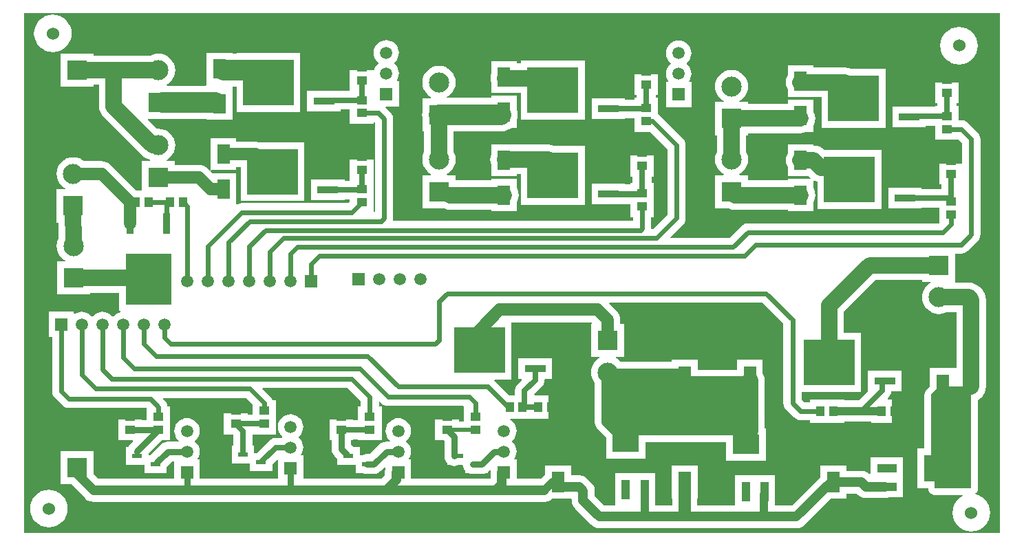
<source format=gtl>
G04*
G04 #@! TF.GenerationSoftware,Altium Limited,Altium Designer,18.0.9 (584)*
G04*
G04 Layer_Physical_Order=1*
G04 Layer_Color=255*
%FSLAX25Y25*%
%MOIN*%
G70*
G01*
G75*
%ADD10R,0.06142X0.09173*%
%ADD11R,0.04528X0.02362*%
%ADD12R,0.12992X0.09449*%
%ADD13R,0.03937X0.09449*%
%ADD14R,0.05118X0.03937*%
%ADD15R,0.06299X0.13780*%
%ADD16R,0.06299X0.09843*%
%ADD17R,0.09921X0.03701*%
%ADD18R,0.24528X0.22323*%
%ADD19R,0.03937X0.05118*%
%ADD20R,0.03701X0.09921*%
%ADD21R,0.22323X0.24528*%
%ADD22R,0.09449X0.03937*%
%ADD23R,0.09449X0.12992*%
%ADD24C,0.02362*%
%ADD25C,0.04724*%
%ADD26C,0.03937*%
%ADD27C,0.07874*%
%ADD28C,0.09843*%
%ADD29C,0.05906*%
%ADD30C,0.03150*%
%ADD31C,0.02756*%
%ADD32C,0.01968*%
%ADD33R,0.05906X0.05906*%
%ADD34C,0.05906*%
%ADD35R,0.05906X0.05906*%
%ADD36C,0.06000*%
%ADD37R,0.09744X0.09744*%
%ADD38C,0.09744*%
G36*
X472441Y0D02*
X0D01*
Y251969D01*
X472441D01*
Y0D01*
D02*
G37*
%LPC*%
G36*
X13780Y251225D02*
X12004Y251050D01*
X10298Y250532D01*
X8724Y249692D01*
X7346Y248560D01*
X6214Y247181D01*
X5373Y245608D01*
X4855Y243901D01*
X4681Y242126D01*
X4855Y240351D01*
X5373Y238644D01*
X6214Y237071D01*
X7346Y235692D01*
X8724Y234560D01*
X10298Y233720D01*
X12004Y233202D01*
X13780Y233027D01*
X15555Y233202D01*
X17262Y233720D01*
X18835Y234560D01*
X20213Y235692D01*
X21345Y237071D01*
X22186Y238644D01*
X22704Y240351D01*
X22878Y242126D01*
X22704Y243901D01*
X22186Y245608D01*
X21345Y247181D01*
X20213Y248560D01*
X18835Y249692D01*
X17262Y250532D01*
X15555Y251050D01*
X13780Y251225D01*
D02*
G37*
G36*
X271398Y228878D02*
X240571D01*
Y227593D01*
X238504D01*
Y228760D01*
X226063D01*
Y222562D01*
X225851Y221862D01*
X225714Y220472D01*
X225851Y219083D01*
X226063Y218383D01*
Y213287D01*
X238504D01*
Y213351D01*
X240571D01*
Y200256D01*
X271398D01*
Y228878D01*
D02*
G37*
G36*
X452756Y245319D02*
X450981Y245145D01*
X449274Y244627D01*
X447701Y243786D01*
X446322Y242654D01*
X445190Y241276D01*
X444350Y239703D01*
X443832Y237996D01*
X443657Y236221D01*
X443832Y234445D01*
X444350Y232738D01*
X445190Y231165D01*
X446322Y229786D01*
X447701Y228655D01*
X449274Y227814D01*
X450981Y227296D01*
X452756Y227121D01*
X454531Y227296D01*
X456238Y227814D01*
X457811Y228655D01*
X459190Y229786D01*
X460321Y231165D01*
X461162Y232738D01*
X461680Y234445D01*
X461855Y236221D01*
X461680Y237996D01*
X461162Y239703D01*
X460321Y241276D01*
X459190Y242654D01*
X457811Y243786D01*
X456238Y244627D01*
X454531Y245145D01*
X452756Y245319D01*
D02*
G37*
G36*
X316929Y238730D02*
X315733Y238613D01*
X314583Y238264D01*
X313522Y237697D01*
X312593Y236934D01*
X311831Y236005D01*
X311264Y234945D01*
X310915Y233795D01*
X310797Y232598D01*
X310915Y231402D01*
X311264Y230252D01*
X311831Y229192D01*
X312593Y228262D01*
X313098Y227848D01*
Y227348D01*
X312593Y226934D01*
X311831Y226005D01*
X311264Y224945D01*
X310915Y223795D01*
X310797Y222598D01*
X310915Y221402D01*
X311264Y220252D01*
X311831Y219192D01*
X311863Y219153D01*
X311649Y218701D01*
X310827D01*
Y206496D01*
X323031D01*
Y218701D01*
X322209D01*
X321996Y219153D01*
X322028Y219192D01*
X322594Y220252D01*
X322943Y221402D01*
X323061Y222598D01*
X322943Y223795D01*
X322594Y224945D01*
X322028Y226005D01*
X321265Y226934D01*
X320760Y227348D01*
Y227848D01*
X321265Y228262D01*
X322028Y229192D01*
X322594Y230252D01*
X322943Y231402D01*
X323061Y232598D01*
X322943Y233795D01*
X322594Y234945D01*
X322028Y236005D01*
X321265Y236934D01*
X320336Y237697D01*
X319276Y238264D01*
X318125Y238613D01*
X316929Y238730D01*
D02*
G37*
G36*
X175295Y238927D02*
X174099Y238809D01*
X172949Y238460D01*
X171889Y237894D01*
X170959Y237131D01*
X170197Y236202D01*
X169630Y235142D01*
X169281Y233992D01*
X169163Y232795D01*
X169281Y231599D01*
X169630Y230449D01*
X170197Y229389D01*
X170959Y228459D01*
X171464Y228045D01*
Y227545D01*
X170959Y227131D01*
X170197Y226202D01*
X169630Y225142D01*
X169487Y224669D01*
X169095Y224410D01*
X157677D01*
Y214409D01*
X153150D01*
Y214528D01*
X136929D01*
Y204528D01*
X153150D01*
Y205276D01*
X157677D01*
Y198425D01*
X169095D01*
Y199175D01*
X169647D01*
X169844Y198978D01*
Y155549D01*
X169095D01*
Y161417D01*
Y170866D01*
Y181102D01*
X157677D01*
Y170787D01*
X155118D01*
Y171221D01*
X138898D01*
Y161221D01*
X155118D01*
Y161654D01*
X157677D01*
Y160705D01*
X156852Y159880D01*
X105315D01*
X104184Y159731D01*
X103177Y159314D01*
X102994Y159380D01*
X102677Y159577D01*
Y174508D01*
X91054D01*
X90133Y175429D01*
X90383Y175886D01*
X90675Y175886D01*
X102677D01*
Y177490D01*
X104744D01*
Y160886D01*
X114105D01*
X114252Y160866D01*
X114399Y160886D01*
X135571D01*
Y189508D01*
X113351D01*
X112928Y189636D01*
X111732Y189754D01*
X102677D01*
Y191358D01*
X90236D01*
Y176361D01*
X90236Y176032D01*
X89779Y175783D01*
X88903Y176659D01*
X87974Y177421D01*
X86914Y177988D01*
X85763Y178337D01*
X84567Y178455D01*
X72982D01*
Y180344D01*
X68878D01*
X68752Y180844D01*
X69439Y181211D01*
X70660Y182214D01*
X71663Y183435D01*
X72408Y184829D01*
X72866Y186341D01*
X73021Y187913D01*
X72866Y189486D01*
X72408Y190998D01*
X71663Y192392D01*
X70660Y193613D01*
X69439Y194615D01*
X68045Y195360D01*
X66533Y195819D01*
X64961Y195974D01*
X64174Y195896D01*
X59814Y200257D01*
X60005Y200718D01*
X66033D01*
X66929Y200630D01*
X88268D01*
Y200374D01*
X100709D01*
Y215799D01*
X100709Y215846D01*
X100822Y216300D01*
X102776D01*
Y204193D01*
X133602D01*
Y232815D01*
X102776D01*
Y232519D01*
X100709D01*
Y232697D01*
X88268D01*
Y217350D01*
X88268Y217224D01*
X87964Y216850D01*
X69043D01*
X68918Y217350D01*
X69439Y217629D01*
X70660Y218631D01*
X71663Y219853D01*
X72408Y221246D01*
X72866Y222758D01*
X73021Y224331D01*
X72866Y225903D01*
X72408Y227415D01*
X71663Y228809D01*
X70660Y230030D01*
X69439Y231033D01*
X68045Y231778D01*
X66533Y232236D01*
X64961Y232391D01*
X63388Y232236D01*
X61876Y231778D01*
X61266Y231452D01*
X44107D01*
X43307Y231530D01*
X42508Y231452D01*
X33612D01*
Y232352D01*
X17569D01*
Y216309D01*
X33612D01*
Y217210D01*
X36186D01*
Y206693D01*
X36255Y205998D01*
X36323Y205304D01*
X36728Y203968D01*
X37386Y202737D01*
X38272Y201658D01*
X57051Y182878D01*
X58131Y181993D01*
X59362Y181334D01*
X60697Y180929D01*
X60755Y180844D01*
X60492Y180344D01*
X56939D01*
Y166142D01*
X54144D01*
X41816Y178470D01*
X40887Y179232D01*
X39827Y179799D01*
X38677Y180148D01*
X37480Y180266D01*
X28795D01*
X28100Y180836D01*
X26707Y181581D01*
X25195Y182039D01*
X23622Y182194D01*
X22050Y182039D01*
X20537Y181581D01*
X19144Y180836D01*
X17922Y179833D01*
X16920Y178612D01*
X16175Y177218D01*
X15717Y175706D01*
X15562Y174134D01*
X15717Y172561D01*
X16175Y171049D01*
X16920Y169656D01*
X17922Y168434D01*
X19144Y167432D01*
X19830Y167065D01*
X19705Y166565D01*
X15600D01*
Y150522D01*
X16542D01*
X16581Y142852D01*
X16274Y142278D01*
X15815Y140765D01*
X15660Y139193D01*
X15815Y137620D01*
X16274Y136108D01*
X17018Y134715D01*
X18021Y133493D01*
X19242Y132491D01*
X19929Y132124D01*
X19804Y131624D01*
X15699D01*
Y115581D01*
X31742D01*
Y116481D01*
X45728D01*
Y107697D01*
X46591D01*
X46616Y107197D01*
X46599Y107195D01*
X45449Y106846D01*
X44389Y106280D01*
X43459Y105517D01*
X43045Y105012D01*
X42545D01*
X42131Y105517D01*
X41202Y106280D01*
X40142Y106846D01*
X38992Y107195D01*
X37795Y107313D01*
X36599Y107195D01*
X35449Y106846D01*
X34389Y106280D01*
X33459Y105517D01*
X33045Y105012D01*
X32545D01*
X32131Y105517D01*
X31202Y106280D01*
X30142Y106846D01*
X28992Y107195D01*
X27795Y107313D01*
X26599Y107195D01*
X25449Y106846D01*
X24389Y106280D01*
X24350Y106248D01*
X23898Y106461D01*
Y107283D01*
X11693D01*
Y95079D01*
X13427D01*
Y68819D01*
X13576Y67688D01*
X14012Y66635D01*
X14707Y65730D01*
X18565Y61872D01*
X19469Y61178D01*
X20523Y60741D01*
X21654Y60593D01*
X59214D01*
X59252Y60555D01*
Y54765D01*
X56890D01*
Y55118D01*
X45472D01*
Y44882D01*
X52450D01*
X52642Y44420D01*
X51257Y43035D01*
X50499Y42048D01*
X50287Y41535D01*
X49213D01*
Y32874D01*
X58071D01*
Y29134D01*
X68898D01*
Y32139D01*
X71521Y34762D01*
X72638D01*
Y26229D01*
X35767D01*
X33612Y28384D01*
Y39596D01*
X17569D01*
Y23553D01*
X22719D01*
X29533Y16738D01*
X30685Y15855D01*
X32026Y15299D01*
X33465Y15110D01*
X251969D01*
X253407Y15299D01*
X254748Y15855D01*
X255635Y16535D01*
X264862D01*
X265110Y16138D01*
Y15748D01*
X265299Y14309D01*
X265855Y12968D01*
X266738Y11817D01*
X274612Y3943D01*
X275764Y3060D01*
X277104Y2504D01*
X278543Y2315D01*
X374016D01*
X375455Y2504D01*
X376795Y3060D01*
X377947Y3943D01*
X390539Y16535D01*
X398031D01*
Y19047D01*
X403209D01*
X403746Y18510D01*
X404897Y17626D01*
X406238Y17071D01*
X407677Y16882D01*
X416732D01*
X418171Y17071D01*
X418779Y17323D01*
X425591D01*
Y26378D01*
Y36614D01*
X409842D01*
Y28769D01*
X409342Y28614D01*
X408291Y29421D01*
X406951Y29976D01*
X405512Y30166D01*
X398031D01*
Y32677D01*
X385433D01*
Y27154D01*
X371713Y13433D01*
X363583D01*
Y27953D01*
X344291D01*
Y13433D01*
X326014D01*
Y16535D01*
X326181D01*
Y32677D01*
X313583D01*
Y16535D01*
X313750D01*
Y13433D01*
X305556D01*
Y21063D01*
X305512Y21398D01*
Y28937D01*
X286221D01*
Y13433D01*
X280846D01*
X276229Y18051D01*
Y20472D01*
X276039Y21911D01*
X275484Y23252D01*
X274600Y24404D01*
X272632Y26372D01*
X271480Y27255D01*
X270140Y27811D01*
X268701Y28000D01*
X264862D01*
Y32677D01*
X252264D01*
Y28263D01*
X252255Y28257D01*
X250227Y26229D01*
X238386D01*
Y35630D01*
X237564D01*
X237350Y36082D01*
X237382Y36121D01*
X237949Y37181D01*
X238298Y38331D01*
X238415Y39528D01*
X238298Y40724D01*
X237949Y41874D01*
X237382Y42934D01*
X236619Y43863D01*
X236115Y44278D01*
Y44778D01*
X236619Y45192D01*
X237382Y46121D01*
X237949Y47181D01*
X238298Y48331D01*
X238415Y49528D01*
X238298Y50724D01*
X237949Y51874D01*
X237382Y52934D01*
X236619Y53864D01*
X235690Y54626D01*
X235337Y54815D01*
X235462Y55315D01*
X253937D01*
Y66732D01*
X247126D01*
X246919Y67232D01*
X250631Y70944D01*
X250631Y70944D01*
X251356Y71890D01*
X251813Y72991D01*
X251968Y74173D01*
X252137Y74606D01*
X255512D01*
Y84606D01*
X239291D01*
Y74606D01*
X240723D01*
X240915Y74144D01*
X238897Y72127D01*
X238171Y71181D01*
X237715Y70080D01*
X237559Y68898D01*
X237559Y68898D01*
Y66732D01*
X234721D01*
X227681Y73772D01*
X227888Y74272D01*
X235965D01*
Y102136D01*
X274820D01*
X274964Y101947D01*
X274716Y101447D01*
X274459D01*
Y85404D01*
X278563D01*
X278689Y84904D01*
X278002Y84537D01*
X276781Y83534D01*
X275778Y82313D01*
X275033Y80919D01*
X274575Y79407D01*
X274420Y77835D01*
X274575Y76262D01*
X275033Y74750D01*
X275778Y73356D01*
X276334Y72680D01*
Y53740D01*
X276334Y53740D01*
X276510Y52404D01*
X277025Y51159D01*
X277846Y50090D01*
X281693Y46243D01*
Y36024D01*
X300984D01*
Y44067D01*
X339764D01*
Y35039D01*
X359055D01*
Y50787D01*
X358499D01*
Y74016D01*
X358362Y75405D01*
X357957Y76741D01*
X357677Y77264D01*
Y84055D01*
X345079D01*
Y79178D01*
X326181D01*
Y84055D01*
X313583D01*
Y82997D01*
X288621D01*
X288180Y83534D01*
X286959Y84537D01*
X286272Y84904D01*
X286397Y85404D01*
X290502D01*
Y101447D01*
X288612D01*
Y103347D01*
X288494Y104543D01*
X288145Y105693D01*
X287579Y106753D01*
X286816Y107682D01*
X283187Y111312D01*
X283378Y111774D01*
X357443D01*
X367679Y101537D01*
Y62992D01*
X367828Y61862D01*
X368264Y60808D01*
X368958Y59903D01*
X372896Y55966D01*
X373800Y55272D01*
X374854Y54836D01*
X375984Y54687D01*
X380512D01*
Y53347D01*
X397047D01*
Y53893D01*
X410039D01*
Y53347D01*
X420276D01*
Y58720D01*
X420320Y59055D01*
X420276Y59390D01*
Y64764D01*
X418332D01*
X418141Y65226D01*
X418583Y65668D01*
X418583Y65668D01*
X419309Y66614D01*
X419765Y67716D01*
X419895Y68701D01*
X424803D01*
Y78701D01*
X408583D01*
Y68701D01*
X408583Y68701D01*
X408583D01*
X408319Y68321D01*
X408188Y68190D01*
X408188Y68190D01*
X404216Y64217D01*
X397047D01*
Y64764D01*
X380512D01*
Y63423D01*
X377794D01*
X376415Y64802D01*
Y68366D01*
X405256D01*
Y96988D01*
X396885D01*
Y107287D01*
X412320Y122722D01*
X434892D01*
Y121821D01*
X438996D01*
X439122Y121321D01*
X438435Y120954D01*
X437214Y119952D01*
X436211Y118730D01*
X435466Y117337D01*
X435008Y115824D01*
X434853Y114252D01*
X435008Y112679D01*
X435466Y111167D01*
X436211Y109774D01*
X437214Y108552D01*
X438435Y107550D01*
X439829Y106805D01*
X441341Y106346D01*
X442913Y106192D01*
X444486Y106346D01*
X445998Y106805D01*
X446608Y107131D01*
X451541D01*
Y80458D01*
X451181Y80118D01*
X438583D01*
Y71025D01*
X437322Y69765D01*
X436596Y68819D01*
X436140Y67717D01*
X435985Y66535D01*
X435985Y66535D01*
Y41142D01*
X432677D01*
Y21850D01*
X437804D01*
X437806Y21623D01*
X437862Y21228D01*
X437914Y20831D01*
X437920Y20817D01*
X437922Y20802D01*
X438078Y20435D01*
X438232Y20065D01*
X438241Y20053D01*
X438247Y20039D01*
X438493Y19724D01*
X438736Y19407D01*
X438749Y19398D01*
X438758Y19386D01*
X439077Y19146D01*
X439394Y18902D01*
X439408Y18896D01*
X439421Y18887D01*
X439791Y18738D01*
X440161Y18585D01*
X440176Y18583D01*
X440190Y18577D01*
X440586Y18529D01*
X440983Y18477D01*
X454545D01*
X454670Y17977D01*
X453606Y17408D01*
X452227Y16276D01*
X451096Y14898D01*
X450255Y13325D01*
X449737Y11618D01*
X449563Y9843D01*
X449737Y8067D01*
X450255Y6361D01*
X451096Y4787D01*
X452227Y3409D01*
X453606Y2277D01*
X455179Y1436D01*
X456886Y918D01*
X458661Y744D01*
X460436Y918D01*
X462143Y1436D01*
X463717Y2277D01*
X465095Y3409D01*
X466227Y4787D01*
X467068Y6361D01*
X467586Y8067D01*
X467760Y9843D01*
X467586Y11618D01*
X467068Y13325D01*
X466227Y14898D01*
X465095Y16276D01*
X463717Y17408D01*
X462143Y18249D01*
X460765Y18667D01*
X460664Y19220D01*
X460908Y19407D01*
X461413Y20065D01*
X461730Y20831D01*
X461838Y21654D01*
X461838Y64529D01*
X462618Y64945D01*
X463697Y65831D01*
X464582Y66910D01*
X465240Y68141D01*
X465646Y69477D01*
X465782Y70866D01*
Y113189D01*
X465646Y114578D01*
X465240Y115914D01*
X464582Y117145D01*
X463697Y118224D01*
X462634Y119287D01*
X461555Y120173D01*
X460323Y120831D01*
X458988Y121236D01*
X458293Y121305D01*
X457598Y121373D01*
X451061D01*
X450935Y121821D01*
X450935D01*
Y135396D01*
X453740D01*
X454871Y135545D01*
X455924Y135981D01*
X456829Y136675D01*
X461750Y141596D01*
X462444Y142501D01*
X462881Y143554D01*
X463029Y144685D01*
Y190945D01*
X462881Y192075D01*
X462444Y193129D01*
X461750Y194034D01*
X457026Y198758D01*
X456121Y199452D01*
X455068Y199889D01*
X453937Y200037D01*
X452559D01*
Y207087D01*
X451417D01*
Y208268D01*
X452559D01*
Y218504D01*
X441142D01*
Y208268D01*
X442284D01*
Y207087D01*
X441142D01*
Y206535D01*
X436614D01*
Y206653D01*
X420394D01*
Y196653D01*
X436614D01*
Y197402D01*
X441142D01*
Y190551D01*
X452559D01*
X452559Y190551D01*
Y190551D01*
X453016Y190413D01*
X454293Y189136D01*
Y179134D01*
X443110D01*
Y168898D01*
X444252D01*
Y166850D01*
X434646D01*
Y167283D01*
X418425D01*
Y157283D01*
X434646D01*
Y157717D01*
X443110D01*
Y155512D01*
Y150075D01*
X443073Y150037D01*
X350394D01*
X349263Y149889D01*
X348210Y149452D01*
X347305Y148758D01*
X341498Y142951D01*
X313167D01*
X312976Y143413D01*
X319034Y149470D01*
X319728Y150375D01*
X320164Y151428D01*
X320313Y152559D01*
Y187992D01*
X320164Y189123D01*
X319728Y190176D01*
X319034Y191081D01*
X307419Y202695D01*
X306890Y203101D01*
Y204724D01*
Y211024D01*
X305748D01*
Y212205D01*
X306890D01*
Y222441D01*
X295472D01*
Y212205D01*
X296615D01*
Y211024D01*
X295472D01*
Y210157D01*
X290945D01*
Y210591D01*
X274724D01*
Y200590D01*
X290945D01*
Y201024D01*
X295472D01*
Y194488D01*
X303271D01*
X311577Y186183D01*
Y154368D01*
X304490Y147282D01*
X303928D01*
X303581Y147782D01*
Y153150D01*
X304921D01*
Y159449D01*
Y169685D01*
X303779D01*
Y172835D01*
X304921D01*
Y183071D01*
X293504D01*
Y172835D01*
X294646D01*
Y169685D01*
X293504D01*
Y169017D01*
X290945D01*
Y169252D01*
X274724D01*
Y159252D01*
X290945D01*
Y159487D01*
X293504D01*
Y153150D01*
X294845D01*
Y151218D01*
X178844Y151218D01*
X178470Y151718D01*
X178581Y152559D01*
Y200787D01*
X178432Y201918D01*
X177996Y202972D01*
X177301Y203876D01*
X174985Y206193D01*
X175192Y206693D01*
X181398D01*
Y218898D01*
X180576D01*
X180362Y219350D01*
X180394Y219389D01*
X180960Y220449D01*
X181309Y221599D01*
X181427Y222795D01*
X181309Y223992D01*
X180960Y225142D01*
X180394Y226202D01*
X179631Y227131D01*
X179127Y227545D01*
Y228045D01*
X179631Y228459D01*
X180394Y229389D01*
X180960Y230449D01*
X181309Y231599D01*
X181427Y232795D01*
X181309Y233992D01*
X180960Y235142D01*
X180394Y236202D01*
X179631Y237131D01*
X178702Y237894D01*
X177642Y238460D01*
X176492Y238809D01*
X175295Y238927D01*
D02*
G37*
G36*
X382205Y226791D02*
X369764D01*
Y221900D01*
X369405Y221229D01*
X369000Y219893D01*
X368863Y218504D01*
X369000Y217115D01*
X369405Y215779D01*
X369764Y215108D01*
Y211319D01*
X382205D01*
Y211383D01*
X386240D01*
Y196319D01*
X417067D01*
Y224941D01*
X400628D01*
X400363Y225083D01*
X399027Y225488D01*
X397638Y225625D01*
X382205D01*
Y226791D01*
D02*
G37*
G36*
X238504Y188406D02*
X226063D01*
Y183581D01*
X225732Y182492D01*
X225596Y181102D01*
X225732Y179713D01*
X226063Y178623D01*
Y172933D01*
X238504D01*
Y173981D01*
X240571D01*
Y158917D01*
X271398D01*
Y187539D01*
X256927D01*
X256662Y187681D01*
X255326Y188086D01*
X253937Y188223D01*
X238504D01*
Y188406D01*
D02*
G37*
G36*
X342520Y224517D02*
X340947Y224362D01*
X339435Y223904D01*
X338042Y223159D01*
X336820Y222156D01*
X335818Y220935D01*
X335073Y219541D01*
X334614Y218029D01*
X334459Y216457D01*
X334614Y214884D01*
X335073Y213372D01*
X335818Y211979D01*
X336820Y210757D01*
X338042Y209755D01*
X338728Y209388D01*
X338603Y208888D01*
X334498D01*
Y192844D01*
X335399D01*
Y184718D01*
X335073Y184108D01*
X334614Y182596D01*
X334459Y181024D01*
X334614Y179451D01*
X335073Y177939D01*
X335818Y176546D01*
X336820Y175324D01*
X338041Y174322D01*
X338728Y173955D01*
X338603Y173455D01*
X334498D01*
Y157411D01*
X341009D01*
X341330Y157240D01*
X342666Y156835D01*
X343360Y156766D01*
X344055Y156698D01*
X369764D01*
Y156083D01*
X382205D01*
Y160423D01*
X382563Y161094D01*
X382968Y162430D01*
X383105Y163819D01*
X382968Y165208D01*
X382563Y166544D01*
X382205Y167215D01*
Y170580D01*
X382634Y170837D01*
X383102Y170587D01*
X384272Y170232D01*
Y156949D01*
X415098D01*
Y185571D01*
X387492D01*
X387358Y185705D01*
X386279Y186590D01*
X385048Y187248D01*
X383712Y187653D01*
X383017Y187722D01*
X382323Y187790D01*
X382205D01*
Y188406D01*
X369764D01*
Y184065D01*
X369405Y183394D01*
X369000Y182059D01*
X368863Y180669D01*
X369000Y179280D01*
X369405Y177944D01*
X369764Y177274D01*
Y172933D01*
X379989D01*
X380791Y172130D01*
X380919Y172026D01*
X380750Y171555D01*
X369764D01*
Y170940D01*
X350541D01*
Y173455D01*
X346437D01*
X346311Y173955D01*
X346998Y174322D01*
X348219Y175324D01*
X349222Y176546D01*
X349967Y177939D01*
X350425Y179451D01*
X350580Y181024D01*
X350425Y182596D01*
X349967Y184108D01*
X349641Y184718D01*
Y192844D01*
X350541D01*
Y193745D01*
X375905D01*
X377295Y193882D01*
X378631Y194287D01*
X378970Y194468D01*
X382205D01*
Y197618D01*
X382484Y198141D01*
X382890Y199477D01*
X383026Y200866D01*
X382890Y202255D01*
X382484Y203591D01*
X382205Y204114D01*
Y209941D01*
X369764D01*
Y207987D01*
X350541D01*
Y208888D01*
X346437D01*
X346311Y209388D01*
X346998Y209755D01*
X348219Y210757D01*
X349222Y211979D01*
X349967Y213372D01*
X350425Y214884D01*
X350580Y216457D01*
X350425Y218029D01*
X349967Y219541D01*
X349222Y220935D01*
X348219Y222156D01*
X346998Y223159D01*
X345604Y223904D01*
X344092Y224362D01*
X342520Y224517D01*
D02*
G37*
G36*
X200787Y226486D02*
X199215Y226331D01*
X197703Y225872D01*
X196309Y225127D01*
X195088Y224125D01*
X194085Y222903D01*
X193341Y221510D01*
X192882Y219998D01*
X192727Y218425D01*
X192882Y216853D01*
X193341Y215341D01*
X194085Y213947D01*
X195088Y212726D01*
X196309Y211723D01*
X196996Y211356D01*
X196870Y210856D01*
X192766D01*
Y203652D01*
X192677Y202756D01*
X192766Y201860D01*
Y194813D01*
X193667D01*
Y184718D01*
X193341Y184108D01*
X192882Y182596D01*
X192727Y181024D01*
X192882Y179451D01*
X193341Y177939D01*
X194085Y176546D01*
X195088Y175324D01*
X196309Y174322D01*
X196996Y173955D01*
X196870Y173455D01*
X192766D01*
Y157411D01*
X203293D01*
X203613Y157240D01*
X204949Y156835D01*
X206339Y156698D01*
X226063D01*
Y156083D01*
X238504D01*
Y160423D01*
X238862Y161094D01*
X239267Y162430D01*
X239404Y163819D01*
X239267Y165208D01*
X238862Y166544D01*
X238504Y167215D01*
Y171555D01*
X226063D01*
Y170940D01*
X208809D01*
Y173455D01*
X204704D01*
X204579Y173955D01*
X205265Y174322D01*
X206487Y175324D01*
X207489Y176546D01*
X208234Y177939D01*
X208693Y179451D01*
X208848Y181024D01*
X208693Y182596D01*
X208234Y184108D01*
X207908Y184718D01*
Y194646D01*
X230866D01*
X232448Y194802D01*
X233970Y195263D01*
X235372Y196013D01*
X235889Y196437D01*
X238504D01*
Y200131D01*
X238820Y201174D01*
X238976Y202756D01*
X238820Y204338D01*
X238504Y205381D01*
Y211909D01*
X226063D01*
Y210866D01*
X204722D01*
X204597Y211366D01*
X205266Y211723D01*
X206487Y212726D01*
X207489Y213947D01*
X208234Y215341D01*
X208693Y216853D01*
X208848Y218425D01*
X208693Y219998D01*
X208234Y221510D01*
X207489Y222903D01*
X206487Y224125D01*
X205266Y225127D01*
X203872Y225872D01*
X202360Y226331D01*
X200787Y226486D01*
D02*
G37*
G36*
X11811Y20910D02*
X10036Y20735D01*
X8329Y20217D01*
X6756Y19376D01*
X5377Y18245D01*
X4245Y16866D01*
X3405Y15293D01*
X2887Y13586D01*
X2712Y11811D01*
X2887Y10036D01*
X3405Y8329D01*
X4245Y6756D01*
X5377Y5377D01*
X6756Y4245D01*
X8329Y3405D01*
X10036Y2887D01*
X11811Y2712D01*
X13586Y2887D01*
X15293Y3405D01*
X16866Y4245D01*
X18245Y5377D01*
X19376Y6756D01*
X20217Y8329D01*
X20735Y10036D01*
X20910Y11811D01*
X20735Y13586D01*
X20217Y15293D01*
X19376Y16866D01*
X18245Y18245D01*
X16866Y19376D01*
X15293Y20217D01*
X13586Y20735D01*
X11811Y20910D01*
D02*
G37*
%LPD*%
G36*
X110433Y62523D02*
Y57519D01*
X108071D01*
Y58071D01*
X96653D01*
Y47835D01*
X101022D01*
X101241Y47616D01*
Y42520D01*
X100394D01*
Y33858D01*
X109252D01*
Y30118D01*
X120079D01*
Y33404D01*
X122373Y35698D01*
X122835Y35507D01*
Y26229D01*
X84842D01*
Y35630D01*
X84021D01*
X83807Y36082D01*
X83839Y36121D01*
X84405Y37181D01*
X84754Y38331D01*
X84872Y39528D01*
X84754Y40724D01*
X84405Y41874D01*
X83839Y42934D01*
X83076Y43863D01*
X82572Y44278D01*
Y44778D01*
X83076Y45192D01*
X83839Y46121D01*
X84405Y47181D01*
X84754Y48331D01*
X84872Y49528D01*
X84754Y50724D01*
X84405Y51874D01*
X83839Y52934D01*
X83076Y53864D01*
X82147Y54626D01*
X81087Y55193D01*
X79936Y55542D01*
X78740Y55660D01*
X77544Y55542D01*
X76394Y55193D01*
X75333Y54626D01*
X74404Y53864D01*
X73642Y52934D01*
X73075Y51874D01*
X72726Y50724D01*
X72608Y49528D01*
X72726Y48331D01*
X73075Y47181D01*
X73642Y46121D01*
X74404Y45192D01*
X74890Y44793D01*
X74711Y44293D01*
X69547D01*
X68314Y44130D01*
X67165Y43654D01*
X66178Y42897D01*
X61076Y37795D01*
X60039D01*
Y38340D01*
X66581Y44882D01*
X70669D01*
Y51181D01*
Y61417D01*
X69277D01*
X69180Y62154D01*
X68743Y63208D01*
X68049Y64112D01*
X67110Y65052D01*
X67301Y65514D01*
X107443D01*
X110433Y62523D01*
D02*
G37*
G36*
X162955Y64136D02*
Y61417D01*
X161614D01*
Y54567D01*
X159252D01*
Y55118D01*
X147835D01*
Y44882D01*
X148778D01*
Y40650D01*
X148941Y39416D01*
X149416Y38267D01*
X150174Y37280D01*
X151575Y35879D01*
Y32874D01*
X160433D01*
Y29134D01*
X163956D01*
X164613Y28862D01*
X165847Y28699D01*
X169291D01*
X170525Y28862D01*
X171182Y29134D01*
X171260D01*
Y29166D01*
X171674Y29338D01*
X172661Y30095D01*
X174538Y31972D01*
X175000Y31781D01*
Y31574D01*
X174748Y30966D01*
X174559Y29528D01*
Y27893D01*
X172894Y26229D01*
X135039D01*
Y37598D01*
X134217D01*
X134003Y38050D01*
X134036Y38089D01*
X134602Y39149D01*
X134951Y40300D01*
X135069Y41496D01*
X134951Y42692D01*
X134602Y43843D01*
X134036Y44903D01*
X133273Y45832D01*
X132768Y46246D01*
Y46746D01*
X133273Y47160D01*
X134036Y48089D01*
X134602Y49150D01*
X134951Y50300D01*
X135069Y51496D01*
X134951Y52692D01*
X134602Y53843D01*
X134036Y54903D01*
X133273Y55832D01*
X132344Y56595D01*
X131284Y57161D01*
X130133Y57510D01*
X128937Y57628D01*
X127741Y57510D01*
X126590Y57161D01*
X125530Y56595D01*
X124601Y55832D01*
X123838Y54903D01*
X123272Y53843D01*
X122923Y52692D01*
X122805Y51496D01*
X122923Y50300D01*
X123272Y49150D01*
X123838Y48089D01*
X124601Y47160D01*
X124924Y46895D01*
X124942Y46313D01*
X124682Y46063D01*
X121713D01*
X121713Y46063D01*
X120531Y45907D01*
X119429Y45451D01*
X118483Y44725D01*
X118483Y44725D01*
X112538Y38780D01*
X111221D01*
Y42520D01*
X110374D01*
Y47359D01*
X110433Y47835D01*
X121850D01*
Y54134D01*
Y64370D01*
X120258D01*
X119925Y65176D01*
X119230Y66081D01*
X115338Y69973D01*
X115530Y70435D01*
X156655D01*
X162955Y64136D01*
D02*
G37*
G36*
X173092Y62856D02*
X173997Y62162D01*
X175051Y61726D01*
X176181Y61577D01*
X212361D01*
X212795Y61417D01*
Y54169D01*
X210433D01*
Y55118D01*
X199016D01*
Y44882D01*
X203103D01*
X203404Y44581D01*
Y37205D01*
X203567Y35971D01*
X204043Y34822D01*
X204724Y33933D01*
Y32874D01*
X206279D01*
X206936Y32602D01*
X208169Y32440D01*
X209403Y32602D01*
X210059Y32874D01*
X212340D01*
X212425Y32231D01*
X212901Y31082D01*
X213583Y30193D01*
Y29134D01*
X215137D01*
X215794Y28862D01*
X217028Y28699D01*
X221457D01*
X222690Y28862D01*
X223347Y29134D01*
X224410D01*
Y29775D01*
X224826Y30095D01*
X225384Y30652D01*
X225857Y30419D01*
X225740Y29528D01*
Y26229D01*
X187205D01*
Y35630D01*
X186383D01*
X186169Y36082D01*
X186201Y36121D01*
X186767Y37181D01*
X187116Y38331D01*
X187234Y39528D01*
X187116Y40724D01*
X186767Y41874D01*
X186201Y42934D01*
X185438Y43863D01*
X184934Y44278D01*
Y44778D01*
X185438Y45192D01*
X186201Y46121D01*
X186767Y47181D01*
X187116Y48331D01*
X187234Y49528D01*
X187116Y50724D01*
X186767Y51874D01*
X186201Y52934D01*
X185438Y53864D01*
X184509Y54626D01*
X183449Y55193D01*
X182299Y55542D01*
X181102Y55660D01*
X179906Y55542D01*
X178756Y55193D01*
X177696Y54626D01*
X176767Y53864D01*
X176004Y52934D01*
X175437Y51874D01*
X175088Y50724D01*
X174970Y49528D01*
X175088Y48331D01*
X175437Y47181D01*
X176004Y46121D01*
X176767Y45192D01*
X177252Y44793D01*
X177074Y44293D01*
X175354D01*
X174121Y44130D01*
X172972Y43654D01*
X171985Y42897D01*
X167317Y38230D01*
X165847D01*
X164613Y38067D01*
X163956Y37795D01*
X162402D01*
Y41535D01*
X159397D01*
X158308Y42623D01*
Y44882D01*
X159252D01*
Y45433D01*
X161614D01*
Y44882D01*
X173031D01*
Y51181D01*
Y61417D01*
X171691D01*
Y63604D01*
X172153Y63796D01*
X173092Y62856D01*
D02*
G37*
G36*
X323622Y74016D02*
X351378D01*
X349410Y47244D01*
X288386D01*
X281496Y54134D01*
Y76850D01*
X318976D01*
X319882Y77756D01*
X323622Y74016D01*
D02*
G37*
G36*
X458661Y21654D02*
X440983D01*
X440551Y66535D01*
X444882Y70866D01*
X458661D01*
X458661Y21654D01*
D02*
G37*
D10*
X232283Y163819D02*
D03*
Y180669D02*
D03*
X94488Y208110D02*
D03*
Y224961D02*
D03*
X96457Y166772D02*
D03*
Y183622D02*
D03*
X232283Y204173D02*
D03*
Y221024D02*
D03*
X375984Y180669D02*
D03*
Y163819D02*
D03*
X375984Y202205D02*
D03*
Y219055D02*
D03*
D11*
X105807Y38189D02*
D03*
Y30709D02*
D03*
X114665Y34449D02*
D03*
X54626Y37205D02*
D03*
Y29724D02*
D03*
X63484Y33465D02*
D03*
X210138Y37205D02*
D03*
Y29724D02*
D03*
X218996Y33465D02*
D03*
X156988Y37205D02*
D03*
Y29724D02*
D03*
X165847Y33465D02*
D03*
D12*
X291339Y43898D02*
D03*
X349410Y42913D02*
D03*
D13*
X300394Y21063D02*
D03*
X291339D02*
D03*
X282283D02*
D03*
X340354Y20079D02*
D03*
X349410D02*
D03*
X358465D02*
D03*
D14*
X116142Y52953D02*
D03*
Y59252D02*
D03*
X153543Y50000D02*
D03*
Y56299D02*
D03*
X51181D02*
D03*
Y50000D02*
D03*
X163386Y175984D02*
D03*
Y182283D02*
D03*
Y166535D02*
D03*
Y160236D02*
D03*
X218504Y50000D02*
D03*
Y56299D02*
D03*
X167323Y50000D02*
D03*
Y56299D02*
D03*
X64961Y50000D02*
D03*
Y56299D02*
D03*
X204724Y56299D02*
D03*
Y50000D02*
D03*
X102362Y52953D02*
D03*
Y59252D02*
D03*
X299213Y177953D02*
D03*
Y184252D02*
D03*
X301181Y217323D02*
D03*
Y223622D02*
D03*
X299213Y164567D02*
D03*
Y158268D02*
D03*
X301181Y205906D02*
D03*
Y199606D02*
D03*
X448819Y174016D02*
D03*
Y180315D02*
D03*
X446850Y213386D02*
D03*
Y219685D02*
D03*
X163386Y219291D02*
D03*
Y225590D02*
D03*
X448819Y160630D02*
D03*
Y154331D02*
D03*
X446850Y201969D02*
D03*
Y195669D02*
D03*
X163386Y209842D02*
D03*
Y203543D02*
D03*
D15*
X444882Y70079D02*
D03*
Y91339D02*
D03*
X351378Y74016D02*
D03*
Y95276D02*
D03*
X319882Y74016D02*
D03*
Y95276D02*
D03*
D16*
X391732Y24606D02*
D03*
Y38386D02*
D03*
X258563Y24606D02*
D03*
Y38386D02*
D03*
X319882Y24606D02*
D03*
Y38386D02*
D03*
D17*
X147008Y166220D02*
D03*
Y184173D02*
D03*
X247402Y79606D02*
D03*
Y97559D02*
D03*
X282835Y164252D02*
D03*
Y182205D02*
D03*
Y205591D02*
D03*
Y223543D02*
D03*
X426535Y162283D02*
D03*
Y180236D02*
D03*
X428504Y201654D02*
D03*
Y219606D02*
D03*
X145039Y209528D02*
D03*
Y227480D02*
D03*
X416693Y73701D02*
D03*
Y91654D02*
D03*
D18*
X120158Y175197D02*
D03*
X220551Y88583D02*
D03*
X255984Y173228D02*
D03*
Y214567D02*
D03*
X399685Y171260D02*
D03*
X401653Y210630D02*
D03*
X118189Y218504D02*
D03*
X389843Y82677D02*
D03*
D19*
X60236Y160433D02*
D03*
X53937D02*
D03*
X70669D02*
D03*
X76968D02*
D03*
X248819Y61024D02*
D03*
X255118D02*
D03*
X241339D02*
D03*
X235039D02*
D03*
X415158Y59055D02*
D03*
X421457D02*
D03*
X391929D02*
D03*
X385630D02*
D03*
D20*
X69016Y149961D02*
D03*
X51063D02*
D03*
D21*
X60039Y123110D02*
D03*
D22*
X417717Y40551D02*
D03*
Y31496D02*
D03*
Y22441D02*
D03*
D23*
X440551Y31496D02*
D03*
D24*
X78976Y122047D02*
Y158425D01*
X76968Y160433D02*
X78976Y158425D01*
X88976Y122047D02*
Y139173D01*
X98976Y122047D02*
Y141102D01*
X108976Y122047D02*
Y138898D01*
X138976Y122047D02*
Y130315D01*
X142913Y134252D01*
X156890D01*
X128976Y122047D02*
Y135276D01*
X132283Y138583D01*
X149409D01*
X118976Y122047D02*
Y136299D01*
X125591Y142913D01*
X140945D01*
X108976Y138898D02*
X116929Y146850D01*
X128150D01*
X109055Y151181D02*
X113779D01*
X98976Y141102D02*
X109055Y151181D01*
X113779D02*
X172835Y151181D01*
X348819Y134252D02*
X354331Y139764D01*
X156890Y134252D02*
X348819Y134252D01*
X343307Y138583D02*
X350394Y145669D01*
X149409Y138583D02*
X343307Y138583D01*
X306299Y142913D02*
X315945Y152559D01*
X140945Y142913D02*
X306299Y142913D01*
X298425Y146850D02*
X299213Y147638D01*
X128150Y146850D02*
X298425Y146850D01*
X172835Y151181D02*
X174213Y152559D01*
X158661Y155512D02*
X163386Y160236D01*
X105315Y155512D02*
X158661D01*
X88976Y139173D02*
X105315Y155512D01*
X70866Y91535D02*
X198819D01*
X200787Y93504D01*
X67795Y94606D02*
X70866Y91535D01*
X200787Y93504D02*
Y112205D01*
X204724Y116142D01*
X211614D01*
X315945Y152559D02*
Y187992D01*
X171457Y203543D02*
X174213Y200787D01*
Y152559D02*
Y200787D01*
X163386Y203543D02*
X171457D01*
X372047Y62992D02*
Y103347D01*
X359252Y116142D02*
X372047Y103347D01*
X211614Y116142D02*
X359252D01*
X372047Y62992D02*
X375984Y59055D01*
X76968Y160433D02*
X77795Y159606D01*
X60236Y160433D02*
X70669D01*
X69016Y158780D02*
X70669Y160433D01*
X69016Y149961D02*
Y158780D01*
X350394Y145669D02*
X444882D01*
X448819Y149606D01*
Y154331D01*
X354331Y139764D02*
X453740D01*
X458661Y144685D01*
Y190945D01*
X453937Y195669D02*
X458661Y190945D01*
X446850Y195669D02*
X453937D01*
X299213Y147638D02*
Y158268D01*
X304331Y199606D02*
X315945Y187992D01*
X301181Y199606D02*
X304331D01*
X67795Y94606D02*
Y102362D01*
X375984Y59055D02*
X385630D01*
X57795Y91811D02*
Y102362D01*
Y91811D02*
X63976Y85630D01*
X166339D01*
X181102Y70866D01*
X224410D01*
X234252Y61024D01*
X235039D01*
X47795Y85079D02*
Y102362D01*
Y85079D02*
X53150Y79724D01*
X162402D01*
X176181Y65945D01*
X215551D01*
X218504Y62992D01*
Y56299D02*
Y62992D01*
X37795Y79331D02*
Y102362D01*
Y79331D02*
X42323Y74803D01*
X158465D01*
X167323Y65945D01*
Y56299D02*
Y65945D01*
X34449Y69882D02*
X52165D01*
X27795Y76535D02*
X34449Y69882D01*
X109252D02*
X116142Y62992D01*
X52165Y69882D02*
X109252D01*
X27795Y76535D02*
Y102362D01*
X116142Y59252D02*
Y62992D01*
X17795Y68819D02*
Y102362D01*
Y68819D02*
X21654Y64961D01*
X61024D01*
X64961Y61024D01*
Y56299D02*
Y61024D01*
D25*
X231299Y23622D02*
Y29528D01*
X180118Y25591D02*
Y29528D01*
X259252Y22441D02*
X268701D01*
X228346Y20669D02*
X251969D01*
X270669Y15748D02*
Y20472D01*
X268701Y22441D02*
X270669Y20472D01*
X391732Y24606D02*
X405512D01*
X390748D02*
X391732D01*
X358268Y7874D02*
X374016D01*
X300394D02*
X358268D01*
X278543D02*
X300394D01*
X407677Y22441D02*
X416732D01*
X405512Y24606D02*
X407677Y22441D01*
X374016Y7874D02*
X390748Y24606D01*
X270669Y15748D02*
X278543Y7874D01*
X175197Y20669D02*
X228346D01*
X231299Y23622D01*
X33465Y20669D02*
X175197D01*
X180118Y25591D01*
X25453Y28681D02*
X33465Y20669D01*
X25453Y28681D02*
Y29594D01*
D26*
X251969Y20669D02*
X255906Y24606D01*
X300394Y7874D02*
Y21063D01*
Y7677D02*
Y7874D01*
X391929Y59055D02*
X415158D01*
X281496Y53740D02*
X291339Y43898D01*
X281496Y53740D02*
Y76850D01*
X282480Y77835D01*
X316063D01*
X319882Y74016D01*
X351378D01*
X358268Y7874D02*
Y18701D01*
D27*
X23720Y123602D02*
X57402D01*
X342520Y200866D02*
X342520Y200866D01*
X342520Y181102D02*
Y200866D01*
Y165354D02*
X344055Y163819D01*
X375984D01*
Y180669D02*
X382323D01*
X385827Y177165D01*
X395669D01*
X200787Y181024D02*
Y202756D01*
X206339Y163819D02*
X232283D01*
X232716Y181102D02*
X253937D01*
X62087Y187913D02*
X64961D01*
X43307Y206693D02*
X62087Y187913D01*
X442913Y114252D02*
X457598D01*
X458661Y113189D01*
Y70866D02*
Y113189D01*
X389764Y83661D02*
Y110236D01*
X409370Y129842D01*
X442913D01*
X351378Y49213D02*
Y74016D01*
X349410Y47244D02*
X351378Y49213D01*
X349410Y42913D02*
Y47244D01*
X43307Y224331D02*
X64961D01*
X25591D02*
X43307D01*
Y224410D01*
Y206693D02*
Y224331D01*
X23622Y158543D02*
X23720Y139193D01*
X342520Y200866D02*
X375905D01*
X375984Y218504D02*
X397638D01*
X232835Y220472D02*
X253937D01*
X118189Y214646D02*
Y218504D01*
D28*
X66929Y208740D02*
X92441D01*
X96457Y224410D02*
X116142D01*
X200787Y202756D02*
X230866D01*
D29*
X111732Y183622D02*
X122047Y173307D01*
X96457Y183622D02*
X111732D01*
X220551Y92520D02*
Y98504D01*
X230315Y108268D01*
X277559D01*
X282480Y103347D01*
Y97362D02*
Y103347D01*
X319882Y8858D02*
Y24606D01*
X51063Y160315D02*
X51181Y160433D01*
X51063Y149961D02*
Y160315D01*
X64961Y172323D02*
X84567D01*
X90118Y166772D01*
X96457D01*
X23622Y174134D02*
X37480D01*
X51181Y160433D01*
D30*
X54626Y39665D02*
X64961Y50000D01*
X54626Y39370D02*
Y39665D01*
X204724Y50000D02*
X208169Y46555D01*
Y37205D02*
Y46555D01*
X217028Y33465D02*
X221457D01*
X227520Y39528D01*
X232283D01*
X165847Y33465D02*
X169291D01*
X175354Y39528D01*
X181102D01*
X153543Y40650D02*
X156152Y38041D01*
X153543Y40650D02*
Y50000D01*
X78740Y21654D02*
Y29528D01*
X64222Y34203D02*
X69547Y39528D01*
X78740D01*
X51181Y50000D02*
X51181Y50000D01*
X64961D01*
X128937Y21654D02*
Y31496D01*
X56181Y121142D02*
X59055Y124016D01*
X282835Y164252D02*
X298110D01*
D31*
X114911Y34695D02*
X121713Y41496D01*
X128937D01*
X102362Y52953D02*
X105807Y49508D01*
Y39370D02*
Y49508D01*
X102362Y52953D02*
X116142D01*
X406496Y60039D02*
X411417Y64961D01*
X411417D02*
X411417D01*
X411417D02*
X415354Y68898D01*
X375984Y161417D02*
X377953Y163386D01*
X375905Y200866D02*
X375984Y200787D01*
X232283Y221024D02*
X232835Y220472D01*
X230866Y202756D02*
X232283Y204173D01*
X230315Y202756D02*
X232283Y200787D01*
X298110Y164252D02*
X299213Y165354D01*
Y177953D01*
X282835Y205591D02*
X300866D01*
X301181Y205906D01*
Y217323D01*
X426535Y162283D02*
X447165D01*
X448819Y160630D01*
Y174016D01*
X342520Y200866D02*
X344409Y202756D01*
X432756Y201969D02*
X446850D01*
Y211417D01*
X114252Y165433D02*
X116142Y167323D01*
X163386Y166535D02*
Y175984D01*
X163071Y166220D02*
X163386Y166535D01*
X147008Y166220D02*
X163071D01*
X145039Y209528D02*
X145354Y209842D01*
X147323D02*
X163386D01*
Y219291D01*
X415354Y68898D02*
Y72835D01*
X440551Y66535D02*
X444882Y70866D01*
X440551Y31496D02*
Y66535D01*
X242126Y61024D02*
X248819D01*
X242126D02*
Y68898D01*
X247402Y74173D01*
Y77638D01*
X153543Y50000D02*
X167323D01*
D32*
X204724Y50000D02*
X218504D01*
X218504Y50000D01*
D33*
X17795Y101181D02*
D03*
X138976Y122047D02*
D03*
X161909Y122933D02*
D03*
D34*
X27795Y101181D02*
D03*
X37795D02*
D03*
X47795D02*
D03*
X57795D02*
D03*
X67795D02*
D03*
X78976Y122047D02*
D03*
X88976D02*
D03*
X98976D02*
D03*
X108976D02*
D03*
X128976D02*
D03*
X118976D02*
D03*
X232283Y39528D02*
D03*
Y49528D02*
D03*
X181102Y39528D02*
D03*
Y49528D02*
D03*
X128937Y41496D02*
D03*
Y51496D02*
D03*
X78740Y39528D02*
D03*
Y49528D02*
D03*
X175295Y222795D02*
D03*
Y232795D02*
D03*
X316929Y222598D02*
D03*
Y232598D02*
D03*
X191909Y122933D02*
D03*
X181909D02*
D03*
X171909D02*
D03*
X428051Y182579D02*
D03*
X307874Y177854D02*
D03*
X308071Y160433D02*
D03*
X423228Y100394D02*
D03*
X322835D02*
D03*
X267717Y246063D02*
D03*
X393701D02*
D03*
X126969Y196850D02*
D03*
X407480Y190945D02*
D03*
X265748Y193898D02*
D03*
X376969Y48228D02*
D03*
X194882Y37402D02*
D03*
X143701D02*
D03*
X86614Y58071D02*
D03*
D35*
X232283Y29528D02*
D03*
X181102D02*
D03*
X128937Y31496D02*
D03*
X78740Y29528D02*
D03*
X175295Y212795D02*
D03*
X316929Y212598D02*
D03*
D36*
X458661Y9843D02*
D03*
X452756Y236221D02*
D03*
X13780Y242126D02*
D03*
X11811Y11811D02*
D03*
D37*
X200787Y165433D02*
D03*
X200787Y202835D02*
D03*
X342520Y200866D02*
D03*
X342520Y165433D02*
D03*
X64961Y208740D02*
D03*
X442913Y129842D02*
D03*
X64961Y172323D02*
D03*
X23720Y123602D02*
D03*
X23622Y158543D02*
D03*
X25591Y31575D02*
D03*
Y224331D02*
D03*
X282480Y93425D02*
D03*
D38*
X200787Y181024D02*
D03*
X200787Y218425D02*
D03*
X342520Y216457D02*
D03*
X342520Y181024D02*
D03*
X64961Y224331D02*
D03*
X442913Y114252D02*
D03*
X64961Y187913D02*
D03*
X23720Y139193D02*
D03*
X23622Y174134D02*
D03*
X25591Y47165D02*
D03*
Y208740D02*
D03*
X282480Y77835D02*
D03*
M02*

</source>
